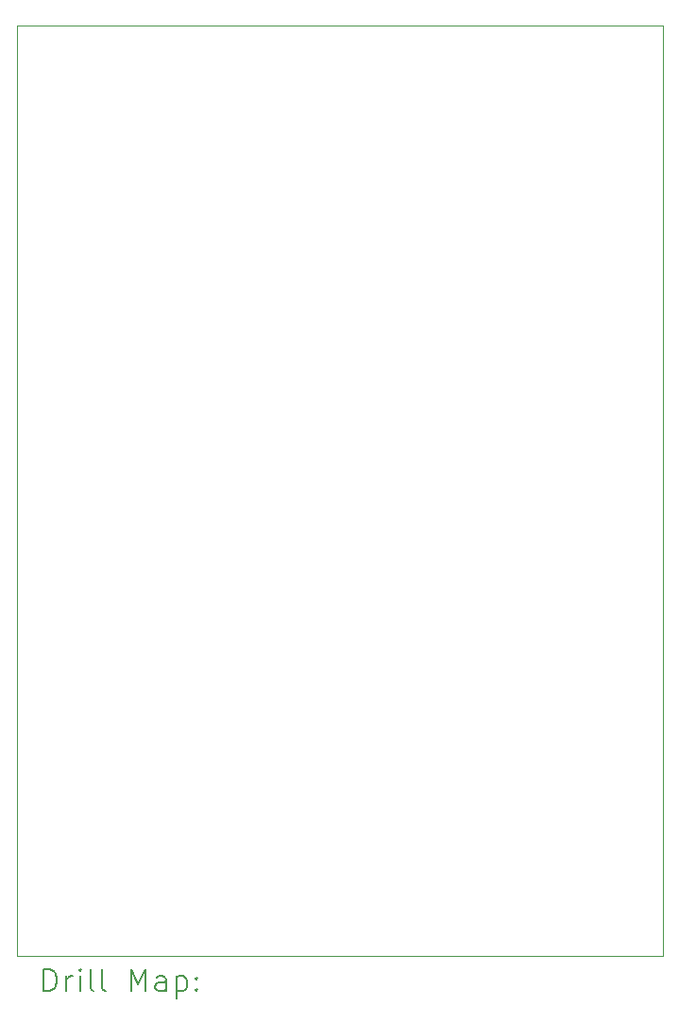
<source format=gbr>
%TF.GenerationSoftware,KiCad,Pcbnew,7.0.1*%
%TF.CreationDate,2023-05-11T17:19:37+02:00*%
%TF.ProjectId,midi-interface,6d696469-2d69-46e7-9465-72666163652e,rev?*%
%TF.SameCoordinates,Original*%
%TF.FileFunction,Drillmap*%
%TF.FilePolarity,Positive*%
%FSLAX45Y45*%
G04 Gerber Fmt 4.5, Leading zero omitted, Abs format (unit mm)*
G04 Created by KiCad (PCBNEW 7.0.1) date 2023-05-11 17:19:37*
%MOMM*%
%LPD*%
G01*
G04 APERTURE LIST*
%ADD10C,0.100000*%
%ADD11C,0.200000*%
G04 APERTURE END LIST*
D10*
X9144000Y-6451600D02*
X14935200Y-6451600D01*
X14935200Y-14782800D01*
X9144000Y-14782800D01*
X9144000Y-6451600D01*
D11*
X9386619Y-15100324D02*
X9386619Y-14900324D01*
X9386619Y-14900324D02*
X9434238Y-14900324D01*
X9434238Y-14900324D02*
X9462810Y-14909848D01*
X9462810Y-14909848D02*
X9481857Y-14928895D01*
X9481857Y-14928895D02*
X9491381Y-14947943D01*
X9491381Y-14947943D02*
X9500905Y-14986038D01*
X9500905Y-14986038D02*
X9500905Y-15014609D01*
X9500905Y-15014609D02*
X9491381Y-15052705D01*
X9491381Y-15052705D02*
X9481857Y-15071752D01*
X9481857Y-15071752D02*
X9462810Y-15090800D01*
X9462810Y-15090800D02*
X9434238Y-15100324D01*
X9434238Y-15100324D02*
X9386619Y-15100324D01*
X9586619Y-15100324D02*
X9586619Y-14966990D01*
X9586619Y-15005086D02*
X9596143Y-14986038D01*
X9596143Y-14986038D02*
X9605667Y-14976514D01*
X9605667Y-14976514D02*
X9624714Y-14966990D01*
X9624714Y-14966990D02*
X9643762Y-14966990D01*
X9710429Y-15100324D02*
X9710429Y-14966990D01*
X9710429Y-14900324D02*
X9700905Y-14909848D01*
X9700905Y-14909848D02*
X9710429Y-14919371D01*
X9710429Y-14919371D02*
X9719952Y-14909848D01*
X9719952Y-14909848D02*
X9710429Y-14900324D01*
X9710429Y-14900324D02*
X9710429Y-14919371D01*
X9834238Y-15100324D02*
X9815190Y-15090800D01*
X9815190Y-15090800D02*
X9805667Y-15071752D01*
X9805667Y-15071752D02*
X9805667Y-14900324D01*
X9939000Y-15100324D02*
X9919952Y-15090800D01*
X9919952Y-15090800D02*
X9910429Y-15071752D01*
X9910429Y-15071752D02*
X9910429Y-14900324D01*
X10167571Y-15100324D02*
X10167571Y-14900324D01*
X10167571Y-14900324D02*
X10234238Y-15043181D01*
X10234238Y-15043181D02*
X10300905Y-14900324D01*
X10300905Y-14900324D02*
X10300905Y-15100324D01*
X10481857Y-15100324D02*
X10481857Y-14995562D01*
X10481857Y-14995562D02*
X10472333Y-14976514D01*
X10472333Y-14976514D02*
X10453286Y-14966990D01*
X10453286Y-14966990D02*
X10415190Y-14966990D01*
X10415190Y-14966990D02*
X10396143Y-14976514D01*
X10481857Y-15090800D02*
X10462810Y-15100324D01*
X10462810Y-15100324D02*
X10415190Y-15100324D01*
X10415190Y-15100324D02*
X10396143Y-15090800D01*
X10396143Y-15090800D02*
X10386619Y-15071752D01*
X10386619Y-15071752D02*
X10386619Y-15052705D01*
X10386619Y-15052705D02*
X10396143Y-15033657D01*
X10396143Y-15033657D02*
X10415190Y-15024133D01*
X10415190Y-15024133D02*
X10462810Y-15024133D01*
X10462810Y-15024133D02*
X10481857Y-15014609D01*
X10577095Y-14966990D02*
X10577095Y-15166990D01*
X10577095Y-14976514D02*
X10596143Y-14966990D01*
X10596143Y-14966990D02*
X10634238Y-14966990D01*
X10634238Y-14966990D02*
X10653286Y-14976514D01*
X10653286Y-14976514D02*
X10662810Y-14986038D01*
X10662810Y-14986038D02*
X10672333Y-15005086D01*
X10672333Y-15005086D02*
X10672333Y-15062228D01*
X10672333Y-15062228D02*
X10662810Y-15081276D01*
X10662810Y-15081276D02*
X10653286Y-15090800D01*
X10653286Y-15090800D02*
X10634238Y-15100324D01*
X10634238Y-15100324D02*
X10596143Y-15100324D01*
X10596143Y-15100324D02*
X10577095Y-15090800D01*
X10758048Y-15081276D02*
X10767571Y-15090800D01*
X10767571Y-15090800D02*
X10758048Y-15100324D01*
X10758048Y-15100324D02*
X10748524Y-15090800D01*
X10748524Y-15090800D02*
X10758048Y-15081276D01*
X10758048Y-15081276D02*
X10758048Y-15100324D01*
X10758048Y-14976514D02*
X10767571Y-14986038D01*
X10767571Y-14986038D02*
X10758048Y-14995562D01*
X10758048Y-14995562D02*
X10748524Y-14986038D01*
X10748524Y-14986038D02*
X10758048Y-14976514D01*
X10758048Y-14976514D02*
X10758048Y-14995562D01*
M02*

</source>
